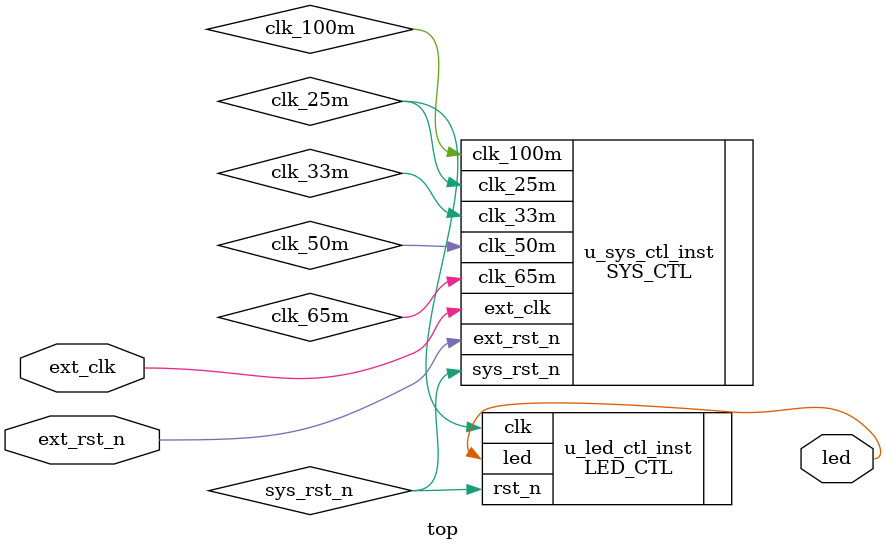
<source format=v>

module top (
		ext_clk, ext_rst_n,
		led
	);
	
	input ext_clk; 			// outer 50MHz clk input.
	input ext_rst_n; 			// outer reset input, low level enable.
	output led;					// output led pin.
	
	// system clk initial and instance module.
	wire sys_rst_n; 			// reset signal of system.
	wire clk_25m;
	wire clk_33m;
	wire clk_50m;
	wire clk_65m;
	wire clk_100m;
	
	SYS_CTL 	u_sys_ctl_inst(
		.ext_clk(ext_clk),
		.ext_rst_n(ext_rst_n),
		.sys_rst_n(sys_rst_n),
		.clk_25m(clk_25m),
		.clk_33m(clk_33m),
		.clk_50m(clk_50m),
		.clk_65m(clk_65m),
		.clk_100m(clk_100m)
	);
	
	// led flash logic.
	LED_CTL u_led_ctl_inst(
		.clk(clk_25m),
		.rst_n(sys_rst_n),
		.led(led)
	);
	
endmodule

</source>
